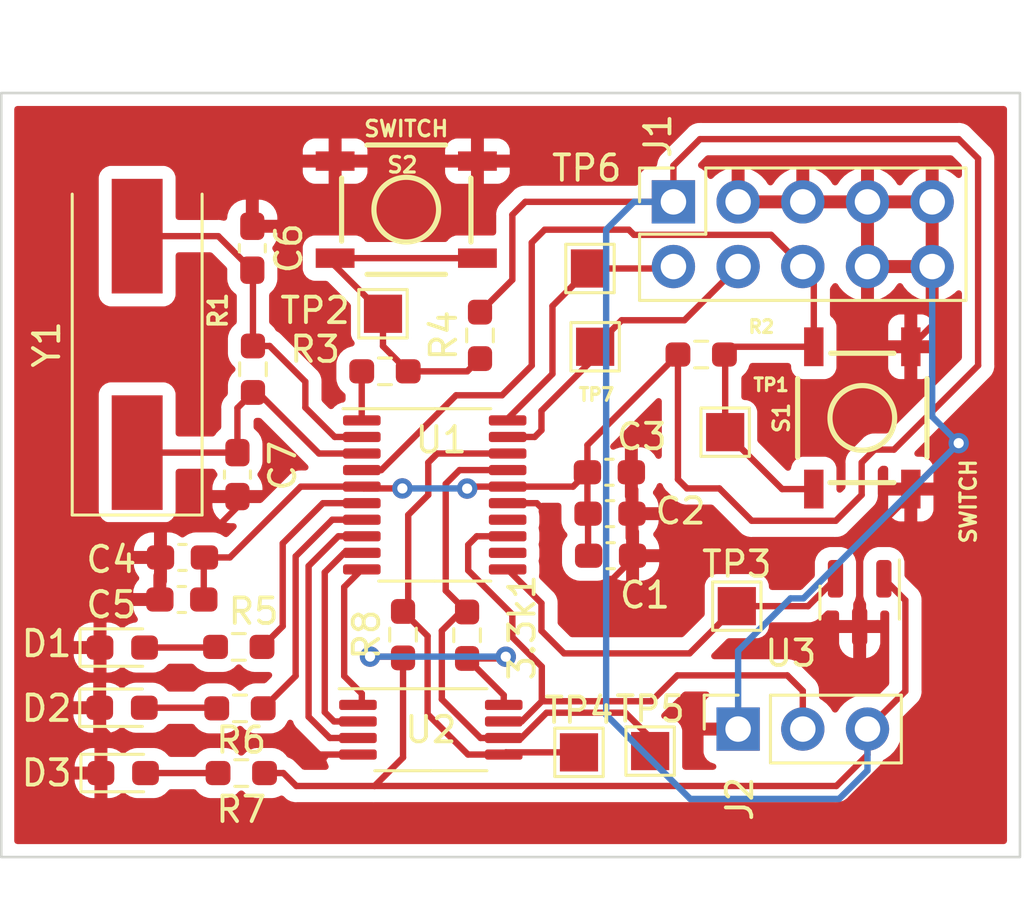
<source format=kicad_pcb>
(kicad_pcb (version 20211014) (generator pcbnew)
  (layers (0 "F.Cu" signal) (31 "B.Cu" signal) (34 "B.Paste" user) (35 "F.Paste" user) (36 "B.SilkS" user "B.Silkscreen") (37 "F.SilkS" user "F.Silkscreen") (38 "B.Mask" user) (39 "F.Mask" user) (44 "Edge.Cuts" user))
  (net 0 "")
  (net 1 "VCC")
  (net 2 "Serial_clock")
  (net 3 "GND")
  (net 4 "OSC_IN")
  (net 5 "OSC_OUT")
  (net 6 "Net-(D1-Pad2)")
  (net 7 "Net-(D2-Pad2)")
  (net 8 "Net-(D3-Pad2)")
  (net 9 "SWDAT")
  (net 10 "SWCLK")
  (net 11 "RST")
  (net 12 "Write_enable")
  (net 13 "BOOT")
  (net 14 "LED_TEST1")
  (net 15 "LED_TEST2")
  (net 16 "Serial_data")
  (net 17 "V_OUT")
  (net 18 "Bit1")
  (net 19 "Bit2")
  (net 20 "Bit3")
  (net 23 "Net-(R4-Pad1)")
  (footprint "Package_SO:TSSOP-8_4.4x3mm_P0.65mm" (layer "F.Cu") (at 159.8676 90.5002)
    (fp_text reference "U2" (at 0 0) (layer "F.SilkS"))
    (fp_text value "M24C01-RDW")
    (fp_line (start 0 -1.61) (end -3.6 -1.61) (layer "F.SilkS") (width 0.12))
    (fp_line (start 0 -1.61) (end 2.2 -1.61) (layer "F.SilkS") (width 0.12))
    (fp_line (start 0 1.61) (end 2.2 1.61) (layer "F.SilkS") (width 0.12))
    (fp_line (start 0 1.61) (end -2.2 1.61) (layer "F.SilkS") (width 0.12))
    (pad "1" smd roundrect (at -2.8625 -0.975) (size 1.475 0.4) (layers "F.Cu" "F.Paste" "F.Mask") (net 18 "Bit1"))
    (pad "2" smd roundrect (at -2.8625 -0.325) (size 1.475 0.4) (layers "F.Cu" "F.Paste" "F.Mask") (net 19 "Bit2"))
    (pad "3" smd roundrect (at -2.8625 0.325) (size 1.475 0.4) (layers "F.Cu" "F.Paste" "F.Mask") (net 20 "Bit3"))
    (pad "4" smd roundrect (at -2.8625 0.975) (size 1.475 0.4) (layers "F.Cu" "F.Paste" "F.Mask") (net 3 "GND"))
    (pad "5" smd roundrect (at 2.8625 0.975) (size 1.475 0.4) (layers "F.Cu" "F.Paste" "F.Mask") (net 16 "Serial_data"))
    (pad "6" smd roundrect (at 2.8625 0.325) (size 1.475 0.4) (layers "F.Cu" "F.Paste" "F.Mask") (net 2 "Serial_clock"))
    (pad "7" smd roundrect (at 2.8625 -0.325) (size 1.475 0.4) (layers "F.Cu" "F.Paste" "F.Mask") (net 12 "Write_enable"))
    (pad "8" smd roundrect (at 2.8625 -0.975) (size 1.475 0.4) (layers "F.Cu" "F.Paste" "F.Mask") (net 1 "VCC"))
  )
  (footprint "Capacitor_SMD:C_0603_1608Metric_Pad1.08x0.95mm_HandSolder" (layer "F.Cu") (at 166.9034 82.0166)
    (fp_text reference "C2" (at 2.7686 -0.1016) (layer "F.SilkS"))
    (fp_text value "4.7uF")
    (fp_line (start -0.146267 -0.51) (end 0.146267 -0.51) (layer "F.SilkS") (width 0.12))
    (fp_line (start -0.146267 0.51) (end 0.146267 0.51) (layer "F.SilkS") (width 0.12))
    (pad "1" smd roundrect (at -0.8625 0) (size 1.075 0.95) (layers "F.Cu" "F.Paste" "F.Mask") (net 1 "VCC"))
    (pad "2" smd roundrect (at 0.8625 0) (size 1.075 0.95) (layers "F.Cu" "F.Paste" "F.Mask") (net 3 "GND"))
  )
  (footprint "Switches:TACTILE_SWITCH_SMD_5.2MM" (layer "F.Cu") (at 158.9024 70.0786 180)
    (fp_text reference "S2" (at 0.1524 1.7526) (layer "F.SilkS") (effects (font (size 0.6096 0.6096) (thickness 0.127))))
    (fp_text value "SWITCH" (at 0 3.175) (layer "F.SilkS") (effects (font (size 0.6096 0.6096) (thickness 0.127))))
    (fp_line (start -2.54 1.23952) (end -2.54 -1.27) (layer "F.SilkS") (width 0.2032))
    (fp_line (start 2.54 -1.23952) (end 2.54 1.23952) (layer "F.SilkS") (width 0.2032))
    (fp_line (start 1.53924 2.54) (end -1.53924 2.54) (layer "F.SilkS") (width 0.2032))
    (fp_line (start -1.53924 -2.54) (end 1.53924 -2.54) (layer "F.SilkS") (width 0.2032))
    (fp_circle (center 0 0) (end 0 -1.27) (layer "F.SilkS") (width 0.2032) (fill none))
    (pad "1" smd rect locked (at -2.794 -1.905 270) (size 0.762 1.524) (layers "F.Cu" "F.Paste" "F.Mask") (net 23 "Net-(R4-Pad1)"))
    (pad "2" smd rect locked (at 2.794 -1.905 270) (size 0.762 1.524) (layers "F.Cu" "F.Paste" "F.Mask") (net 23 "Net-(R4-Pad1)"))
    (pad "3" smd rect locked (at -2.794 1.905 270) (size 0.762 1.524) (layers "F.Cu" "F.Paste" "F.Mask") (net 3 "GND"))
    (pad "4" smd rect locked (at 2.794 1.905 270) (size 0.762 1.524) (layers "F.Cu" "F.Paste" "F.Mask") (net 3 "GND"))
  )
  (footprint "Resistor_SMD:R_0603_1608Metric_Pad0.98x0.95mm_HandSolder" (layer "F.Cu") (at 152.3727 89.662 180)
    (fp_text reference "R6" (at -0.0482 -1.2522) (layer "F.SilkS"))
    (fp_text value "510")
    (fp_line (start -0.254724 -0.5225) (end 0.254724 -0.5225) (layer "F.SilkS") (width 0.12))
    (fp_line (start -0.254724 0.5225) (end 0.254724 0.5225) (layer "F.SilkS") (width 0.12))
    (pad "1" smd roundrect (at -0.9125 0 180) (size 0.975 0.95) (layers "F.Cu" "F.Paste" "F.Mask") (net 15 "LED_TEST2"))
    (pad "2" smd roundrect (at 0.9125 0 180) (size 0.975 0.95) (layers "F.Cu" "F.Paste" "F.Mask") (net 7 "Net-(D2-Pad2)"))
  )
  (footprint "Resistor_SMD:R_0603_1608Metric_Pad0.98x0.95mm_HandSolder" (layer "F.Cu") (at 158.7754 86.7683 90)
    (fp_text reference "R8" (at 0 -1.43 90) (layer "F.SilkS"))
    (fp_text value "3.3k")
    (fp_line (start -0.254724 0.5225) (end 0.254724 0.5225) (layer "F.SilkS") (width 0.12))
    (fp_line (start -0.254724 -0.5225) (end 0.254724 -0.5225) (layer "F.SilkS") (width 0.12))
    (pad "1" smd roundrect (at -0.9125 0 90) (size 0.975 0.95) (layers "F.Cu" "F.Paste" "F.Mask") (net 1 "VCC"))
    (pad "2" smd roundrect (at 0.9125 0 90) (size 0.975 0.95) (layers "F.Cu" "F.Paste" "F.Mask") (net 16 "Serial_data"))
  )
  (footprint "TestPoint:TestPoint_Pad_1.5x1.5mm" (layer "F.Cu") (at 168.4782 91.3384)
    (fp_text reference "TP5" (at 0 -1.648) (layer "F.SilkS"))
    (fp_text value "TestPoint")
    (fp_line (start -0.95 0.95) (end -0.95 -0.95) (layer "F.SilkS") (width 0.12))
    (fp_line (start -0.95 -0.95) (end 0.95 -0.95) (layer "F.SilkS") (width 0.12))
    (fp_line (start 0.95 0.95) (end -0.95 0.95) (layer "F.SilkS") (width 0.12))
    (fp_line (start 0.95 -0.95) (end 0.95 0.95) (layer "F.SilkS") (width 0.12))
    (pad "1" smd rect (at 0 0) (size 1.5 1.5) (layers "F.Cu" "F.Mask") (net 2 "Serial_clock"))
  )
  (footprint "TestPoint:TestPoint_Pad_1.5x1.5mm" (layer "F.Cu") (at 166.116 72.39)
    (fp_text reference "TP6" (at -0.127 -3.937) (layer "F.SilkS"))
    (fp_text value "TestPoint")
    (fp_line (start 0.95 0.95) (end -0.95 0.95) (layer "F.SilkS") (width 0.12))
    (fp_line (start 0.95 -0.95) (end 0.95 0.95) (layer "F.SilkS") (width 0.12))
    (fp_line (start -0.95 0.95) (end -0.95 -0.95) (layer "F.SilkS") (width 0.12))
    (fp_line (start -0.95 -0.95) (end 0.95 -0.95) (layer "F.SilkS") (width 0.12))
    (pad "1" smd rect (at 0 0) (size 1.5 1.5) (layers "F.Cu" "F.Mask") (net 10 "SWCLK"))
  )
  (footprint "Capacitor_SMD:C_0603_1608Metric_Pad1.08x0.95mm_HandSolder" (layer "F.Cu") (at 150.0886 85.3872 180)
    (fp_text reference "C5" (at 2.7686 -0.2108) (layer "F.SilkS"))
    (fp_text value "10nF")
    (fp_line (start -0.146267 0.51) (end 0.146267 0.51) (layer "F.SilkS") (width 0.12))
    (fp_line (start -0.146267 -0.51) (end 0.146267 -0.51) (layer "F.SilkS") (width 0.12))
    (pad "1" smd roundrect (at -0.8625 0 180) (size 1.075 0.95) (layers "F.Cu" "F.Paste" "F.Mask") (net 1 "VCC"))
    (pad "2" smd roundrect (at 0.8625 0 180) (size 1.075 0.95) (layers "F.Cu" "F.Paste" "F.Mask") (net 3 "GND"))
  )
  (footprint "Resistor_SMD:R_0603_1608Metric_Pad0.98x0.95mm_HandSolder" (layer "F.Cu") (at 170.4829 75.7682 180)
    (fp_text reference "R2" (at -2.3641 1.0922) (layer "F.SilkS") (effects (font (size 0.5 0.5) (thickness 0.125))))
    (fp_text value "10k")
    (fp_line (start -0.254724 0.5225) (end 0.254724 0.5225) (layer "F.SilkS") (width 0.12))
    (fp_line (start -0.254724 -0.5225) (end 0.254724 -0.5225) (layer "F.SilkS") (width 0.12))
    (pad "1" smd roundrect (at -0.9125 0 180) (size 0.975 0.95) (layers "F.Cu" "F.Paste" "F.Mask") (net 11 "RST"))
    (pad "2" smd roundrect (at 0.9125 0 180) (size 0.975 0.95) (layers "F.Cu" "F.Paste" "F.Mask") (net 1 "VCC"))
  )
  (footprint "Capacitor_SMD:C_0603_1608Metric_Pad1.08x0.95mm_HandSolder" (layer "F.Cu") (at 152.8572 71.5947 -90)
    (fp_text reference "C6" (at 0 -1.43 90) (layer "F.SilkS"))
    (fp_text value "22pF")
    (fp_line (start -0.146267 0.51) (end 0.146267 0.51) (layer "F.SilkS") (width 0.12))
    (fp_line (start -0.146267 -0.51) (end 0.146267 -0.51) (layer "F.SilkS") (width 0.12))
    (pad "1" smd roundrect (at -0.8625 0 270) (size 1.075 0.95) (layers "F.Cu" "F.Paste" "F.Mask") (net 3 "GND"))
    (pad "2" smd roundrect (at 0.8625 0 270) (size 1.075 0.95) (layers "F.Cu" "F.Paste" "F.Mask") (net 4 "OSC_IN"))
  )
  (footprint "Capacitor_SMD:C_0603_1608Metric_Pad1.08x0.95mm_HandSolder" (layer "F.Cu") (at 152.273 80.4836 90)
    (fp_text reference "C7" (at 0.3466 1.778 90) (layer "F.SilkS"))
    (fp_text value "22pF")
    (fp_line (start -0.146267 -0.51) (end 0.146267 -0.51) (layer "F.SilkS") (width 0.12))
    (fp_line (start -0.146267 0.51) (end 0.146267 0.51) (layer "F.SilkS") (width 0.12))
    (pad "1" smd roundrect (at -0.8625 0 90) (size 1.075 0.95) (layers "F.Cu" "F.Paste" "F.Mask") (net 3 "GND"))
    (pad "2" smd roundrect (at 0.8625 0 90) (size 1.075 0.95) (layers "F.Cu" "F.Paste" "F.Mask") (net 5 "OSC_OUT"))
  )
  (footprint "Connector_PinSocket_2.54mm:PinSocket_1x03_P2.54mm_Vertical" (layer "F.Cu") (at 171.9326 90.4748 90)
    (fp_text reference "J2" (at -2.7428 0.0612 90) (layer "F.SilkS"))
    (fp_text value "Conn_01x03_Male")
    (fp_line (start -1.33 1.27) (end 1.33 1.27) (layer "F.SilkS") (width 0.12))
    (fp_line (start 1.33 1.27) (end 1.33 6.41) (layer "F.SilkS") (width 0.12))
    (fp_line (start -1.33 1.27) (end -1.33 6.41) (layer "F.SilkS") (width 0.12))
    (fp_line (start -1.33 6.41) (end 1.33 6.41) (layer "F.SilkS") (width 0.12))
    (fp_line (start 1.33 -1.33) (end 1.33 0) (layer "F.SilkS") (width 0.12))
    (fp_line (start 0 -1.33) (end 1.33 -1.33) (layer "F.SilkS") (width 0.12))
    (pad "1" thru_hole rect (at 0 0 90) (size 1.7 1.7) (drill 1) (layers *.Cu *.Mask) (net 3 "GND"))
    (pad "2" thru_hole oval (at 0 2.54 90) (size 1.7 1.7) (drill 1) (layers *.Cu *.Mask) (net 12 "Write_enable"))
    (pad "3" thru_hole oval (at 0 5.08 90) (size 1.7 1.7) (drill 1) (layers *.Cu *.Mask) (net 1 "VCC"))
  )
  (footprint "Switches:TACTILE_SWITCH_SMD_5.2MM" (layer "F.Cu") (at 176.8094 78.2574 90)
    (fp_text reference "S1" (at 0 -3.175 90) (layer "F.SilkS") (effects (font (size 0.6096 0.6096) (thickness 0.127))))
    (fp_text value "SWITCH" (at -3.2766 4.1656 90) (layer "F.SilkS") (effects (font (size 0.6096 0.6096) (thickness 0.127))))
    (fp_line (start -1.53924 -2.54) (end 1.53924 -2.54) (layer "F.SilkS") (width 0.2032))
    (fp_line (start 1.53924 2.54) (end -1.53924 2.54) (layer "F.SilkS") (width 0.2032))
    (fp_line (start -2.54 1.23952) (end -2.54 -1.27) (layer "F.SilkS") (width 0.2032))
    (fp_line (start 2.54 -1.23952) (end 2.54 1.23952) (layer "F.SilkS") (width 0.2032))
    (fp_circle (center 0 0) (end 0 -1.27) (layer "F.SilkS") (width 0.2032) (fill none))
    (pad "1" smd rect locked (at -2.794 -1.905 180) (size 0.762 1.524) (layers "F.Cu" "F.Paste" "F.Mask") (net 11 "RST"))
    (pad "2" smd rect locked (at 2.794 -1.905 180) (size 0.762 1.524) (layers "F.Cu" "F.Paste" "F.Mask") (net 11 "RST"))
    (pad "3" smd rect locked (at -2.794 1.905 180) (size 0.762 1.524) (layers "F.Cu" "F.Paste" "F.Mask") (net 3 "GND"))
    (pad "4" smd rect locked (at 2.794 1.905 180) (size 0.762 1.524) (layers "F.Cu" "F.Paste" "F.Mask") (net 3 "GND"))
  )
  (footprint "Capacitor_SMD:C_0603_1608Metric_Pad1.08x0.95mm_HandSolder" (layer "F.Cu") (at 150.114 83.7362 180)
    (fp_text reference "C4" (at 2.794 -0.0838) (layer "F.SilkS"))
    (fp_text value "1uF")
    (fp_line (start -0.146267 0.51) (end 0.146267 0.51) (layer "F.SilkS") (width 0.12))
    (fp_line (start -0.146267 -0.51) (end 0.146267 -0.51) (layer "F.SilkS") (width 0.12))
    (pad "1" smd roundrect (at -0.8625 0 180) (size 1.075 0.95) (layers "F.Cu" "F.Paste" "F.Mask") (net 1 "VCC"))
    (pad "2" smd roundrect (at 0.8625 0 180) (size 1.075 0.95) (layers "F.Cu" "F.Paste" "F.Mask") (net 3 "GND"))
  )
  (footprint "Capacitor_SMD:C_0603_1608Metric_Pad1.08x0.95mm_HandSolder" (layer "F.Cu") (at 166.878 80.391)
    (fp_text reference "C3" (at 1.27 -1.397) (layer "F.SilkS"))
    (fp_text value "100nF")
    (fp_line (start -0.146267 -0.51) (end 0.146267 -0.51) (layer "F.SilkS") (width 0.12))
    (fp_line (start -0.146267 0.51) (end 0.146267 0.51) (layer "F.SilkS") (width 0.12))
    (pad "1" smd roundrect (at -0.8625 0) (size 1.075 0.95) (layers "F.Cu" "F.Paste" "F.Mask") (net 1 "VCC"))
    (pad "2" smd roundrect (at 0.8625 0) (size 1.075 0.95) (layers "F.Cu" "F.Paste" "F.Mask") (net 3 "GND"))
  )
  (footprint "TestPoint:TestPoint_Pad_1.5x1.5mm" (layer "F.Cu") (at 166.3192 75.4634)
    (fp_text reference "TP7" (at 0.0508 1.8796) (layer "F.SilkS") (effects (font (size 0.5 0.5) (thickness 0.125))))
    (fp_text value "TestPoint")
    (fp_line (start 0.95 -0.95) (end 0.95 0.95) (layer "F.SilkS") (width 0.12))
    (fp_line (start -0.95 0.95) (end -0.95 -0.95) (layer "F.SilkS") (width 0.12))
    (fp_line (start 0.95 0.95) (end -0.95 0.95) (layer "F.SilkS") (width 0.12))
    (fp_line (start -0.95 -0.95) (end 0.95 -0.95) (layer "F.SilkS") (width 0.12))
    (pad "1" smd rect (at 0 0) (size 1.5 1.5) (layers "F.Cu" "F.Mask") (net 9 "SWDAT"))
  )
  (footprint "TestPoint:TestPoint_Pad_1.5x1.5mm" (layer "F.Cu") (at 157.988 74.168)
    (fp_text reference "TP2" (at -2.667 -0.127) (layer "F.SilkS"))
    (fp_text value "TestPoint")
    (fp_line (start 0.95 -0.95) (end 0.95 0.95) (layer "F.SilkS") (width 0.12))
    (fp_line (start -0.95 0.95) (end -0.95 -0.95) (layer "F.SilkS") (width 0.12))
    (fp_line (start -0.95 -0.95) (end 0.95 -0.95) (layer "F.SilkS") (width 0.12))
    (fp_line (start 0.95 0.95) (end -0.95 0.95) (layer "F.SilkS") (width 0.12))
    (pad "1" smd rect (at 0 0) (size 1.5 1.5) (layers "F.Cu" "F.Mask") (net 23 "Net-(R4-Pad1)"))
  )
  (footprint "Crystal:Crystal_SMD_HC49-SD" (layer "F.Cu") (at 148.336 75.37 90)
    (fp_text reference "Y1" (at 0 -3.55 90) (layer "F.SilkS"))
    (fp_text value "Crystal")
    (fp_line (start 5.9 -2.55) (end -6.7 -2.55) (layer "F.SilkS") (width 0.12))
    (fp_line (start -6.7 2.55) (end 5.9 2.55) (layer "F.SilkS") (width 0.12))
    (fp_line (start -6.7 -2.55) (end -6.7 2.55) (layer "F.SilkS") (width 0.12))
    (pad "1" smd rect (at -4.25 0 90) (size 4.5 2) (layers "F.Cu" "F.Paste" "F.Mask") (net 5 "OSC_OUT"))
    (pad "2" smd rect (at 4.25 0 90) (size 4.5 2) (layers "F.Cu" "F.Paste" "F.Mask") (net 4 "OSC_IN"))
  )
  (footprint "LED_SMD:LED_0603_1608Metric_Pad1.05x0.95mm_HandSolder" (layer "F.Cu") (at 147.7518 87.2744)
    (fp_text reference "D1" (at -2.9718 -0.1524) (layer "F.SilkS"))
    (fp_text value "LED")
    (fp_line (start -1.66 -0.735) (end -1.66 0.735) (layer "F.SilkS") (width 0.12))
    (fp_line (start -1.66 0.735) (end 0.8 0.735) (layer "F.SilkS") (width 0.12))
    (fp_line (start 0.8 -0.735) (end -1.66 -0.735) (layer "F.SilkS") (width 0.12))
    (pad "1" smd roundrect (at -0.875 0) (size 1.05 0.95) (layers "F.Cu" "F.Paste" "F.Mask") (net 3 "GND"))
    (pad "2" smd roundrect (at 0.875 0) (size 1.05 0.95) (layers "F.Cu" "F.Paste" "F.Mask") (net 6 "Net-(D1-Pad2)"))
  )
  (footprint "LED_SMD:LED_0603_1608Metric_Pad1.05x0.95mm_HandSolder" (layer "F.Cu") (at 147.7404 89.6366)
    (fp_text reference "D2" (at -2.9604 0.0254) (layer "F.SilkS"))
    (fp_text value "LED")
    (fp_line (start -1.66 0.735) (end 0.8 0.735) (layer "F.SilkS") (width 0.12))
    (fp_line (start -1.66 -0.735) (end -1.66 0.735) (layer "F.SilkS") (width 0.12))
    (fp_line (start 0.8 -0.735) (end -1.66 -0.735) (layer "F.SilkS") (width 0.12))
    (pad "1" smd roundrect (at -0.875 0) (size 1.05 0.95) (layers "F.Cu" "F.Paste" "F.Mask") (net 3 "GND"))
    (pad "2" smd roundrect (at 0.875 0) (size 1.05 0.95) (layers "F.Cu" "F.Paste" "F.Mask") (net 7 "Net-(D2-Pad2)"))
  )
  (footprint "Resistor_SMD:R_0603_1608Metric_Pad0.98x0.95mm_HandSolder" (layer "F.Cu") (at 152.8826 76.3453 -90)
    (fp_text reference "R1" (at -2.3043 1.3716 90) (layer "F.SilkS") (effects (font (size 0.7 0.7))))
    (fp_text value "R")
    (fp_line (start -0.254724 0.5225) (end 0.254724 0.5225) (layer "F.SilkS") (width 0.12))
    (fp_line (start -0.254724 -0.5225) (end 0.254724 -0.5225) (layer "F.SilkS") (width 0.12))
    (pad "1" smd roundrect (at -0.9125 0 270) (size 0.975 0.95) (layers "F.Cu" "F.Paste" "F.Mask") (net 4 "OSC_IN"))
    (pad "2" smd roundrect (at 0.9125 0 270) (size 0.975 0.95) (layers "F.Cu" "F.Paste" "F.Mask") (net 5 "OSC_OUT"))
  )
  (footprint "Resistor_SMD:R_0603_1608Metric_Pad0.98x0.95mm_HandSolder" (layer "F.Cu") (at 152.4247 92.202 180)
    (fp_text reference "R7" (at 0 -1.43) (layer "F.SilkS"))
    (fp_text value "510")
    (fp_line (start -0.254724 0.5225) (end 0.254724 0.5225) (layer "F.SilkS") (width 0.12))
    (fp_line (start -0.254724 -0.5225) (end 0.254724 -0.5225) (layer "F.SilkS") (width 0.12))
    (pad "1" smd roundrect (at -0.9125 0 180) (size 0.975 0.95) (layers "F.Cu" "F.Paste" "F.Mask") (net 1 "VCC"))
    (pad "2" smd roundrect (at 0.9125 0 180) (size 0.975 0.95) (layers "F.Cu" "F.Paste" "F.Mask") (net 8 "Net-(D3-Pad2)"))
  )
  (footprint "Resistor_SMD:R_0603_1608Metric_Pad0.98x0.95mm_HandSolder" (layer "F.Cu") (at 161.29 86.7899 90)
    (fp_text reference "3.3k1" (at 0.3029 2.159 90) (layer "F.SilkS"))
    (fp_text value "R")
    (fp_line (start -0.254724 -0.5225) (end 0.254724 -0.5225) (layer "F.SilkS") (width 0.12))
    (fp_line (start -0.254724 0.5225) (end 0.254724 0.5225) (layer "F.SilkS") (width 0.12))
    (pad "1" smd roundrect (at -0.9125 0 90) (size 0.975 0.95) (layers "F.Cu" "F.Paste" "F.Mask") (net 1 "VCC"))
    (pad "2" smd roundrect (at 0.9125 0 90) (size 0.975 0.95) (layers "F.Cu" "F.Paste" "F.Mask") (net 2 "Serial_clock"))
  )
  (footprint "Connector_PinSocket_2.54mm:PinSocket_2x05_P2.54mm_Vertical" (layer "F.Cu") (at 169.3926 69.7738 90)
    (fp_text reference "J1" (at 2.5908 -0.6096 90) (layer "F.SilkS"))
    (fp_text value "Conn_ARM_JTAG_SWD_10")
    (fp_line (start -1.27 1.27) (end 1.33 1.27) (layer "F.SilkS") (width 0.12))
    (fp_line (start -3.87 -1.33) (end -3.87 11.49) (layer "F.SilkS") (width 0.12))
    (fp_line (start -3.87 11.49) (end 1.33 11.49) (layer "F.SilkS") (width 0.12))
    (fp_line (start 0 -1.33) (end 1.33 -1.33) (layer "F.SilkS") (width 0.12))
    (fp_line (start -3.87 -1.33) (end -1.27 -1.33) (layer "F.SilkS") (width 0.12))
    (fp_line (start 1.33 -1.33) (end 1.33 0) (layer "F.SilkS") (width 0.12))
    (fp_line (start 1.33 1.27) (end 1.33 11.49) (layer "F.SilkS") (width 0.12))
    (fp_line (start -1.27 -1.33) (end -1.27 1.27) (layer "F.SilkS") (width 0.12))
    (pad "1" thru_hole rect (at 0 0 90) (size 1.7 1.7) (drill 1) (layers *.Cu *.Mask) (net 1 "VCC"))
    (pad "2" thru_hole oval (at -2.54 0 90) (size 1.7 1.7) (drill 1) (layers *.Cu *.Mask) (net 10 "SWCLK"))
    (pad "3" thru_hole oval (at 0 2.54 90) (size 1.7 1.7) (drill 1) (layers *.Cu *.Mask) (net 3 "GND"))
    (pad "4" thru_hole oval (at -2.54 2.54 90) (size 1.7 1.7) (drill 1) (layers *.Cu *.Mask) (net 9 "SWDAT"))
    (pad "5" thru_hole oval (at 0 5.08 90) (size 1.7 1.7) (drill 1) (layers *.Cu *.Mask) (net 3 "GND"))
    (pad "6" thru_hole oval (at -2.54 5.08 90) (size 1.7 1.7) (drill 1) (layers *.Cu *.Mask) (net 11 "RST"))
    (pad "7" thru_hole oval (at 0 7.62 90) (size 1.7 1.7) (drill 1) (layers *.Cu *.Mask) (net 3 "GND"))
    (pad "8" thru_hole oval (at -2.54 7.62 90) (size 1.7 1.7) (drill 1) (layers *.Cu *.Mask) (net 3 "GND"))
    (pad "9" thru_hole oval (at 0 10.16 90) (size 1.7 1.7) (drill 1) (layers *.Cu *.Mask) (net 3 "GND"))
    (pad "10" thru_hole oval (at -2.54 10.16 90) (size 1.7 1.7) (drill 1) (layers *.Cu *.Mask) (net 3 "GND"))
  )
  (footprint "Package_SO:TSSOP-20_4.4x6.5mm_P0.65mm" (layer "F.Cu") (at 160.02 81.28)
    (fp_text reference "U1" (at 0.254 -2.159) (layer "F.SilkS"))
    (fp_text value "STM32F030F4Px")
    (fp_line (start 0 -3.385) (end 2.2 -3.385) (layer "F.SilkS") (width 0.12))
    (fp_line (start 0 3.385) (end -2.2 3.385) (layer "F.SilkS") (width 0.12))
    (fp_line (start 0 3.385) (end 2.2 3.385) (layer "F.SilkS") (width 0.12))
    (fp_line (start 0 -3.385) (end -3.6 -3.385) (layer "F.SilkS") (width 0.12))
    (pad "1" smd roundrect (at -2.8625 -2.925) (size 1.475 0.4) (layers "F.Cu" "F.Paste" "F.Mask") (net 13 "BOOT"))
    (pad "2" smd roundrect (at -2.8625 -2.275) (size 1.475 0.4) (layers "F.Cu" "F.Paste" "F.Mask") (net 4 "OSC_IN"))
    (pad "3" smd roundrect (at -2.8625 -1.625) (size 1.475 0.4) (layers "F.Cu" "F.Paste" "F.Mask") (net 5 "OSC_OUT"))
    (pad "4" smd roundrect (at -2.8625 -0.975) (size 1.475 0.4) (layers "F.Cu" "F.Paste" "F.Mask") (net 11 "RST"))
    (pad "5" smd roundrect (at -2.8625 -0.325) (size 1.475 0.4) (layers "F.Cu" "F.Paste" "F.Mask") (net 1 "VCC"))
    (pad "6" smd roundrect (at -2.8625 0.325) (size 1.475 0.4) (layers "F.Cu" "F.Paste" "F.Mask") (net 14 "LED_TEST1"))
    (pad "7" smd roundrect (at -2.8625 0.975) (size 1.475 0.4) (layers "F.Cu" "F.Paste" "F.Mask") (net 15 "LED_TEST2"))
    (pad "8" smd roundrect (at -2.8625 1.625) (size 1.475 0.4) (layers "F.Cu" "F.Paste" "F.Mask") (net 20 "Bit3"))
    (pad "9" smd roundrect (at -2.8625 2.275) (size 1.475 0.4) (layers "F.Cu" "F.Paste" "F.Mask") (net 19 "Bit2"))
    (pad "10" smd roundrect (at -2.8625 2.925) (size 1.475 0.4) (layers "F.Cu" "F.Paste" "F.Mask") (net 18 "Bit1"))
    (pad "11" smd roundrect (at 2.8625 2.925) (size 1.475 0.4) (layers "F.Cu" "F.Paste" "F.Mask") (net 17 "V_OUT"))
    (pad "12" smd roundrect (at 2.8625 2.275) (size 1.475 0.4) (layers "F.Cu" "F.Paste" "F.Mask"))
    (pad "13" smd roundrect (at 2.8625 1.625) (size 1.475 0.4) (layers "F.Cu" "F.Paste" "F.Mask") (net 12 "Write_enable"))
    (pad "14" smd roundrect (at 2.8625 0.975) (size 1.475 0.4) (layers "F.Cu" "F.Paste" "F.Mask"))
    (pad "15" smd roundrect (at 2.8625 0.325) (size 1.475 0.4) (layers "F.Cu" "F.Paste" "F.Mask") (net 3 "GND"))
    (pad "16" smd roundrect (at 2.8625 -0.325) (size 1.475 0.4) (layers "F.Cu" "F.Paste" "F.Mask") (net 1 "VCC"))
    (pad "17" smd roundrect (at 2.8625 -0.975) (size 1.475 0.4) (layers "F.Cu" "F.Paste" "F.Mask") (net 2 "Serial_clock"))
    (pad "18" smd roundrect (at 2.8625 -1.625) (size 1.475 0.4) (layers "F.Cu" "F.Paste" "F.Mask") (net 16 "Serial_data"))
    (pad "19" smd roundrect (at 2.8625 -2.275) (size 1.475 0.4) (layers "F.Cu" "F.Paste" "F.Mask") (net 9 "SWDAT"))
    (pad "20" smd roundrect (at 2.8625 -2.925) (size 1.475 0.4) (layers "F.Cu" "F.Paste" "F.Mask") (net 10 "SWCLK"))
  )
  (footprint "Package_TO_SOT_SMD:SOT-23" (layer "F.Cu") (at 176.7055 85.5116 -90)
    (fp_text reference "U3" (at 1.9884 2.7055 180) (layer "F.SilkS"))
    (fp_text value "MCP9700T-ETT")
    (fp_line (start 0 -1.56) (end 0.65 -1.56) (layer "F.SilkS") (width 0.12))
    (fp_line (start 0 -1.56) (end -1.675 -1.56) (layer "F.SilkS") (width 0.12))
    (fp_line (start 0 1.56) (end 0.65 1.56) (layer "F.SilkS") (width 0.12))
    (fp_line (start 0 1.56) (end -0.65 1.56) (layer "F.SilkS") (width 0.12))
    (pad "1" smd roundrect (at -0.9375 -0.95 270) (size 1.475 0.6) (layers "F.Cu" "F.Paste" "F.Mask") (net 1 "VCC"))
    (pad "2" smd roundrect (at -0.9375 0.95 270) (size 1.475 0.6) (layers "F.Cu" "F.Paste" "F.Mask") (net 17 "V_OUT"))
    (pad "3" smd roundrect (at 0.9375 0 270) (size 1.475 0.6) (layers "F.Cu" "F.Paste" "F.Mask") (net 3 "GND"))
  )
  (footprint "TestPoint:TestPoint_Pad_1.5x1.5mm" (layer "F.Cu") (at 171.4246 78.8162)
    (fp_text reference "TP1" (at 1.8034 -1.8542) (layer "F.SilkS") (effects (font (size 0.5 0.5) (thickness 0.125))))
    (fp_text value "TestPoint")
    (fp_line (start 0.95 -0.95) (end 0.95 0.95) (layer "F.SilkS") (width 0.12))
    (fp_line (start -0.95 -0.95) (end 0.95 -0.95) (layer "F.SilkS") (width 0.12))
    (fp_line (start -0.95 0.95) (end -0.95 -0.95) (layer "F.SilkS") (width 0.12))
    (fp_line (start 0.95 0.95) (end -0.95 0.95) (layer "F.SilkS") (width 0.12))
    (pad "1" smd rect (at 0 0) (size 1.5 1.5) (layers "F.Cu" "F.Mask") (net 11 "RST"))
  )
  (footprint "Capacitor_SMD:C_0603_1608Metric_Pad1.08x0.95mm_HandSolder" (layer "F.Cu") (at 166.9266 83.6676)
    (fp_text reference "C1" (at 1.3484 1.5494) (layer "F.SilkS"))
    (fp_text value "10nF")
    (fp_line (start -0.146267 -0.51) (end 0.146267 -0.51) (layer "F.SilkS") (width 0.12))
    (fp_line (start -0.146267 0.51) (end 0.146267 0.51) (layer "F.SilkS") (width 0.12))
    (pad "1" smd roundrect (at -0.8625 0) (size 1.075 0.95) (layers "F.Cu" "F.Paste" "F.Mask") (net 1 "VCC"))
    (pad "2" smd roundrect (at 0.8625 0) (size 1.075 0.95) (layers "F.Cu" "F.Paste" "F.Mask") (net 3 "GND"))
  )
  (footprint "Resistor_SMD:R_0603_1608Metric_Pad0.98x0.95mm_HandSolder" (layer "F.Cu") (at 158.0661 76.4286)
    (fp_text reference "R3" (at -2.7451 -0.8636) (layer "F.SilkS"))
    (fp_text value "10k")
    (fp_line (start -0.254724 0.5225) (end 0.254724 0.5225) (layer "F.SilkS") (width 0.12))
    (fp_line (start -0.254724 -0.5225) (end 0.254724 -0.5225) (layer "F.SilkS") (width 0.12))
    (pad "1" smd roundrect (at -0.9125 0) (size 0.975 0.95) (layers "F.Cu" "F.Paste" "F.Mask") (net 13 "BOOT"))
    (pad "2" smd roundrect (at 0.9125 0) (size 0.975 0.95) (layers "F.Cu" "F.Paste" "F.Mask") (net 23 "Net-(R4-Pad1)"))
  )
  (footprint "TestPoint:TestPoint_Pad_1.5x1.5mm" (layer "F.Cu") (at 165.6842 91.3892)
    (fp_text reference "TP4" (at 0 -1.648) (layer "F.SilkS"))
    (fp_text value "TestPoint")
    (fp_line (start -0.95 -0.95) (end 0.95 -0.95) (layer "F.SilkS") (width 0.12))
    (fp_line (start 0.95 0.95) (end -0.95 0.95) (layer "F.SilkS") (width 0.12))
    (fp_line (start 0.95 -0.95) (end 0.95 0.95) (layer "F.SilkS") (width 0.12))
    (fp_line (start -0.95 0.95) (end -0.95 -0.95) (layer "F.SilkS") (width 0.12))
    (pad "1" smd rect (at 0 0) (size 1.5 1.5) (layers "F.Cu" "F.Mask") (net 16 "Serial_data"))
  )
  (footprint "LED_SMD:LED_0603_1608Metric_Pad1.05x0.95mm_HandSolder" (layer "F.Cu") (at 147.7886 92.202)
    (fp_text reference "D3" (at -3.0086 0) (layer "F.SilkS"))
    (fp_text value "LED")
    (fp_line (start 0.8 -0.735) (end -1.66 -0.735) (layer "F.SilkS") (width 0.12))
    (fp_line (start -1.66 0.735) (end 0.8 0.735) (layer "F.SilkS") (width 0.12))
    (fp_line (start -1.66 -0.735) (end -1.66 0.735) (layer "F.SilkS") (width 0.12))
    (pad "1" smd roundrect (at -0.875 0) (size 1.05 0.95) (layers "F.Cu" "F.Paste" "F.Mask") (net 3 "GND"))
    (pad "2" smd roundrect (at 0.875 0) (size 1.05 0.95) (layers "F.Cu" "F.Paste" "F.Mask") (net 8 "Net-(D3-Pad2)"))
  )
  (footprint "Resistor_SMD:R_0603_1608Metric_Pad0.98x0.95mm_HandSolder" (layer "F.Cu") (at 161.798 75.0162 90)
    (fp_text reference "R4" (at 0 -1.43 90) (layer "F.SilkS"))
    (fp_text value "10k")
    (fp_line (start -0.254724 -0.5225) (end 0.254724 -0.5225) (layer "F.SilkS") (width 0.12))
    (fp_line (start -0.254724 0.5225) (end 0.254724 0.5225) (layer "F.SilkS") (width 0.12))
    (pad "1" smd roundrect (at -0.9125 0 90) (size 0.975 0.95) (layers "F.Cu" "F.Paste" "F.Mask") (net 23 "Net-(R4-Pad1)"))
    (pad "2" smd roundrect (at 0.9125 0 90) (size 0.975 0.95) (layers "F.Cu" "F.Paste" "F.Mask") (net 1 "VCC"))
  )
  (footprint "Resistor_SMD:R_0603_1608Metric_Pad0.98x0.95mm_HandSolder" (layer "F.Cu") (at 152.3257 87.249 180)
    (fp_text reference "R5" (at -0.5823 1.397) (layer "F.SilkS"))
    (fp_text value "510")
    (fp_line (start -0.254724 0.5225) (end 0.254724 0.5225) (layer "F.SilkS") (width 0.12))
    (fp_line (start -0.254724 -0.5225) (end 0.254724 -0.5225) (layer "F.SilkS") (width 0.12))
    (pad "1" smd roundrect (at -0.9125 0 180) (size 0.975 0.95) (layers "F.Cu" "F.Paste" "F.Mask") (net 14 "LED_TEST1"))
    (pad "2" smd roundrect (at 0.9125 0 180) (size 0.975 0.95) (layers "F.Cu" "F.Paste" "F.Mask") (net 6 "Net-(D1-Pad2)"))
  )
  (footprint "TestPoint:TestPoint_Pad_1.5x1.5mm" (layer "F.Cu") (at 171.8818 85.6488)
    (fp_text reference "TP3" (at 0 -1.648) (layer "F.SilkS"))
    (fp_text value "TestPoint")
    (fp_line (start 0.95 -0.95) (end 0.95 0.95) (layer "F.SilkS") (width 0.12))
    (fp_line (start 0.95 0.95) (end -0.95 0.95) (layer "F.SilkS") (width 0.12))
    (fp_line (start -0.95 0.95) (end -0.95 -0.95) (layer "F.SilkS") (width 0.12))
    (fp_line (start -0.95 -0.95) (end 0.95 -0.95) (layer "F.SilkS") (width 0.12))
    (pad "1" smd rect (at 0 0) (size 1.5 1.5) (layers "F.Cu" "F.Mask") (net 17 "V_OUT"))
  )
  (gr_rect (start 143 65.5) (end 183 95.5) (layer "Edge.Cuts") (width 0.1) (fill none))
  (segment (start 158.75 81.026) (end 157.2285 81.026) (width 0.25) (layer "F.Cu") (net 1))
  (segment (start 157.6578 92.71) (end 158.7754 91.5924) (width 0.25) (layer "F.Cu") (net 1))
  (segment (start 151.9758 83.7362) (end 154.757 80.955) (width 0.25) (layer "F.Cu") (net 1))
  (segment (start 178.054 79.502) (end 181.356 76.2) (width 0.25) (layer "F.Cu") (net 1))
  (segment (start 166.0409 83.6444) (end 166.0641 83.6676) (width 0.25) (layer "F.Cu") (net 1))
  (segment (start 175.768 82.296) (end 176.784 81.28) (width 0.25) (layer "F.Cu") (net 1))
  (segment (start 163.068 72.8337) (end 163.068 70.2818) (width 0.25) (layer "F.Cu") (net 1))
  (segment (start 166.0155 80.391) (end 166.0155 81.9912) (width 0.25) (layer "F.Cu") (net 1))
  (segment (start 150.9511 85.3872) (end 150.9511 83.7616) (width 0.25) (layer "F.Cu") (net 1))
  (segment (start 157.2285 81.026) (end 157.1575 80.955) (width 0.25) (layer "F.Cu") (net 1))
  (segment (start 162.7416 87.7024) (end 162.809701 87.634299) (width 0.25) (layer "F.Cu") (net 1))
  (segment (start 178.5 88.9874) (end 177.0126 90.4748) (width 0.25) (layer "F.Cu") (net 1))
  (segment (start 162.7301 89.5252) (end 162.7301 89.1425) (width 0.25) (layer "F.Cu") (net 1))
  (segment (start 175.79 92.71) (end 177.0126 91.4874) (width 0.25) (layer "F.Cu") (net 1))
  (segment (start 172.466 82.296) (end 175.768 82.296) (width 0.25) (layer "F.Cu") (net 1))
  (segment (start 162.8825 80.955) (end 165.4515 80.955) (width 0.25) (layer "F.Cu") (net 1))
  (segment (start 163.576 69.7738) (end 169.3926 69.7738) (width 0.25) (layer "F.Cu") (net 1))
  (segment (start 162.7301 89.1425) (end 161.29 87.7024) (width 0.25) (layer "F.Cu") (net 1))
  (segment (start 166.0155 79.3231) (end 169.5704 75.7682) (width 0.25) (layer "F.Cu") (net 1))
  (segment (start 169.3926 68.3514) (end 169.3926 69.7738) (width 0.25) (layer "F.Cu") (net 1))
  (segment (start 181.356 76.2) (end 181.356 68.072) (width 0.25) (layer "F.Cu") (net 1))
  (segment (start 180.594 67.31) (end 170.434 67.31) (width 0.25) (layer "F.Cu") (net 1))
  (segment (start 166.0409 82.0166) (end 166.0409 83.6444) (width 0.25) (layer "F.Cu") (net 1))
  (segment (start 163.068 70.2818) (end 163.576 69.7738) (width 0.25) (layer "F.Cu") (net 1))
  (segment (start 150.9765 83.7362) (end 151.9758 83.7362) (width 0.25) (layer "F.Cu") (net 1))
  (segment (start 176.784 80.01) (end 177.292 79.502) (width 0.25) (layer "F.Cu") (net 1))
  (segment (start 177.6555 84.5741) (end 178.5 85.4186) (width 0.25) (layer "F.Cu") (net 1))
  (segment (start 158.7246 87.63) (end 158.7754 87.6808) (width 0.25) (layer "F.Cu") (net 1))
  (segment (start 171.196 81.026) (end 172.466 82.296) (width 0.25) (layer "F.Cu") (net 1))
  (segment (start 181.356 68.072) (end 180.594 67.31) (width 0.25) (layer "F.Cu") (net 1))
  (segment (start 169.5704 80.6704) (end 169.926 81.026) (width 0.25) (layer "F.Cu") (net 1))
  (segment (start 154.757 80.955) (end 157.1575 80.955) (width 0.25) (layer "F.Cu") (net 1))
  (segment (start 150.9511 83.7616) (end 150.9765 83.7362) (width 0.25) (layer "F.Cu") (net 1))
  (segment (start 157.48 87.63) (end 158.7246 87.63) (width 0.25) (layer "F.Cu") (net 1))
  (segment (start 165.4515 80.955) (end 166.0155 80.391) (width 0.25) (layer "F.Cu") (net 1))
  (segment (start 177.0126 91.4874) (end 177.0126 90.4748) (width 0.25) (layer "F.Cu") (net 1))
  (segment (start 161.798 74.1037) (end 163.068 72.8337) (width 0.25) (layer "F.Cu") (net 1))
  (segment (start 170.434 67.31) (end 169.3926 68.3514) (width 0.25) (layer "F.Cu") (net 1))
  (segment (start 157.6578 92.71) (end 175.79 92.71) (width 0.25) (layer "F.Cu") (net 1))
  (segment (start 161.29 87.7024) (end 162.7416 87.7024) (width 0.25) (layer "F.Cu") (net 1))
  (segment (start 161.369598 80.955) (end 161.292549 81.032049) (width 0.25) (layer "F.Cu") (net 1))
  (segment (start 154.0764 92.202) (end 154.5844 92.71) (width 0.25) (layer "F.Cu") (net 1))
  (segment (start 154.5844 92.71) (end 157.6578 92.71) (width 0.25) (layer "F.Cu") (net 1))
  (segment (start 178.5 85.4186) (end 178.5 88.9874) (width 0.25) (layer "F.Cu") (net 1))
  (segment (start 166.0155 81.9912) (end 166.0409 82.0166) (width 0.25) (layer "F.Cu") (net 1))
  (segment (start 153.3372 92.202) (end 154.0764 92.202) (width 0.25) (layer "F.Cu") (net 1))
  (segment (start 166.0155 80.391) (end 166.0155 79.3231) (width 0.25) (layer "F.Cu") (net 1))
  (segment (start 176.784 81.28) (end 176.784 80.01) (width 0.25) (layer "F.Cu") (net 1))
  (segment (start 162.8825 80.955) (end 161.369598 80.955) (width 0.25) (layer "F.Cu") (net 1))
  (segment (start 177.292 79.502) (end 178.054 79.502) (width 0.25) (layer "F.Cu") (net 1))
  (segment (start 169.926 81.026) (end 171.196 81.026) (width 0.25) (layer "F.Cu") (net 1))
  (segment (start 169.5704 75.7682) (end 169.5704 80.6704) (width 0.25) (layer "F.Cu") (net 1))
  (segment (start 158.7754 91.5924) (end 158.7754 87.6808) (width 0.25) (layer "F.Cu") (net 1))
  (via (at 157.48 87.63) (size 0.8) (drill 0.4) (layers "F.Cu" "B.Cu") (net 1))
  (via (at 162.809701 87.634299) (size 0.8) (drill 0.4) (layers "F.Cu" "B.Cu") (net 1))
  (via (at 161.292549 81.032049) (size 0.8) (drill 0.4) (layers "F.Cu" "B.Cu") (net 1))
  (via (at 158.75 81.026) (size 0.8) (drill 0.4) (layers "F.Cu" "B.Cu") (net 1))
  (segment (start 162.805402 87.63) (end 162.809701 87.634299) (width 0.25) (layer "B.Cu") (net 1))
  (segment (start 169.3926 69.7738) (end 167.8432 69.7738) (width 0.25) (layer "B.Cu") (net 1))
  (segment (start 161.2865 81.026) (end 158.75 81.026) (width 0.25) (layer "B.Cu") (net 1))
  (segment (start 157.48 87.63) (end 162.805402 87.63) (width 0.25) (layer "B.Cu") (net 1))
  (segment (start 177.0126 90.4748) (end 177.0126 92.1004) (width 0.25) (layer "B.Cu") (net 1))
  (segment (start 177.0126 92.1004) (end 175.895 93.218) (width 0.25) (layer "B.Cu") (net 1))
  (segment (start 175.895 93.218) (end 170.053 93.218) (width 0.25) (layer "B.Cu") (net 1))
  (segment (start 166.751 89.916) (end 166.751 70.866) (width 0.25) (layer "B.Cu") (net 1))
  (segment (start 161.292549 81.032049) (end 161.2865 81.026) (width 0.25) (layer "B.Cu") (net 1))
  (segment (start 167.8432 69.7738) (end 166.751 70.866) (width 0.25) (layer "B.Cu") (net 1))
  (segment (start 170.053 93.218) (end 166.751 89.916) (width 0.25) (layer "B.Cu") (net 1))
  (segment (start 162.7301 90.8252) (end 161.8182 90.8252) (width 0.25) (layer "F.Cu") (net 2))
  (segment (start 164.411241 89.8326) (end 167.5058 89.8326) (width 0.25) (layer "F.Cu") (net 2))
  (segment (start 161.036 85.8774) (end 161.29 85.8774) (width 0.25) (layer "F.Cu") (net 2))
  (segment (start 161.544 85.8304) (end 161.0322 85.8304) (width 0.25) (layer "F.Cu") (net 2))
  (segment (start 160.4518 85.0392) (end 161.29 85.8774) (width 0.25) (layer "F.Cu") (net 2))
  (segment (start 168.4782 90.805) (end 168.4782 91.3384) (width 0.25) (layer "F.Cu") (net 2))
  (segment (start 167.5058 89.8326) (end 168.4782 90.805) (width 0.25) (layer "F.Cu") (net 2))
  (segment (start 162.8825 80.305) (end 160.995 80.305) (width 0.25) (layer "F.Cu") (net 2))
  (segment (start 160.2994 89.3064) (end 160.2994 86.614) (width 0.25) (layer "F.Cu") (net 2))
  (segment (start 163.418641 90.8252) (end 164.411241 89.8326) (width 0.25) (layer "F.Cu") (net 2))
  (segment (start 160.995 80.305) (end 160.4518 80.8482) (width 0.25) (layer "F.Cu") (net 2))
  (segment (start 160.2994 86.614) (end 161.036 85.8774) (width 0.25) (layer "F.Cu") (net 2))
  (segment (start 160.4518 80.8482) (end 160.4518 85.0392) (width 0.25) (layer "F.Cu") (net 2))
  (segment (start 162.7301 90.8252) (end 163.418641 90.8252) (width 0.25) (layer "F.Cu") (net 2))
  (segment (start 161.8182 90.8252) (end 160.2994 89.3064) (width 0.25) (layer "F.Cu") (net 2))
  (segment (start 177.0126 72.3138) (end 179.5526 72.3138) (width 0.25) (layer "F.Cu") (net 3))
  (segment (start 178.7144 75.4634) (end 179.578 74.5998) (width 0.25) (layer "F.Cu") (net 3))
  (segment (start 151.15 67.9732) (end 152.8572 69.6804) (width 0.25) (layer "F.Cu") (net 3))
  (segment (start 145.25 68.709596) (end 145.986396 67.9732) (width 0.25) (layer "F.Cu") (net 3))
  (segment (start 147.447 90.932) (end 146.8654 90.3504) (width 0.25) (layer "F.Cu") (net 3))
  (segment (start 180.594 79.248) (end 178.7906 81.0514) (width 0.25) (layer "F.Cu") (net 3))
  (segment (start 178.7906 81.0514) (end 178.7144 81.0514) (width 0.25) (layer "F.Cu") (net 3))
  (segment (start 167.7891 83.7979) (end 166.497 85.09) (width 0.25) (layer "F.Cu") (net 3))
  (segment (start 167.7891 83.6676) (end 167.7891 83.7979) (width 0.25) (layer "F.Cu") (net 3))
  (segment (start 146.8654 90.3504) (end 146.8654 89.6366) (width 0.25) (layer "F.Cu") (net 3))
  (segment (start 145.986396 67.9732) (end 151.15 67.9732) (width 0.25) (layer "F.Cu") (net 3))
  (segment (start 165.1 85.09) (end 164.592 84.582) (width 0.25) (layer "F.Cu") (net 3))
  (segment (start 176.7055 86.4491) (end 176.7055 83.2635) (width 0.25) (layer "F.Cu") (net 3))
  (segment (start 179.5526 74.2696) (end 179.5526 72.3138) (width 0.25) (layer "F.Cu") (net 3))
  (segment (start 157.0051 91.4752) (end 154.7212 91.4752) (width 0.25) (layer "F.Cu") (net 3))
  (segment (start 174.4726 69.7738) (end 177.0126 69.7738) (width 0.25) (layer "F.Cu") (net 3))
  (segment (start 179.578 74.5998) (end 179.578 74.295) (width 0.25) (layer "F.Cu") (net 3))
  (segment (start 145.25 82.0732) (end 145.25 68.709596) (width 0.25) (layer "F.Cu") (net 3))
  (segment (start 145.65 82.4732) (end 145.25 82.0732) (width 0.25) (layer "F.Cu") (net 3))
  (segment (start 171.9326 69.7738) (end 174.4726 69.7738) (width 0.25) (layer "F.Cu") (net 3))
  (segment (start 179.578 74.295) (end 179.5526 74.2696) (width 0.25) (layer "F.Cu") (net 3))
  (segment (start 179.5526 69.7738) (end 177.0126 69.7738) (width 0.25) (layer "F.Cu") (net 3))
  (segment (start 176.7055 83.2635) (end 178.7144 81.2546) (width 0.25) (layer "F.Cu") (net 3))
  (segment (start 152.273 81.3461) (end 152.273 81.7502) (width 0.25) (layer "F.Cu") (net 3))
  (segment (start 152.273 81.7502) (end 151.55 82.4732) (width 0.25) (layer "F.Cu") (net 3))
  (segment (start 154.7212 91.4752) (end 154.178 90.932) (width 0.25) (layer "F.Cu") (net 3))
  (segment (start 164.028 81.605) (end 162.8825 81.605) (width 0.25) (layer "F.Cu") (net 3))
  (segment (start 151.55 82.4732) (end 145.65 82.4732) (width 0.25) (layer "F.Cu") (net 3))
  (segment (start 164.592 84.582) (end 164.592 82.169) (width 0.25) (layer "F.Cu") (net 3))
  (segment (start 154.178 90.932) (end 147.447 90.932) (width 0.25) (layer "F.Cu") (net 3))
  (segment (start 164.592 82.169) (end 164.028 81.605) (width 0.25) (layer "F.Cu") (net 3))
  (segment (start 177.0126 72.3138) (end 177.0126 69.7738) (width 0.25) (layer "F.Cu") (net 3))
  (segment (start 166.497 85.09) (end 165.1 85.09) (width 0.25) (layer "F.Cu") (net 3))
  (segment (start 179.5526 72.3138) (end 179.5526 69.7738) (width 0.25) (layer "F.Cu") (net 3))
  (segment (start 178.7144 81.2546) (end 178.7144 81.0514) (width 0.25) (layer "F.Cu") (net 3))
  (segment (start 152.8572 69.6804) (end 152.8572 70.7322) (width 0.25) (layer "F.Cu") (net 3))
  (via (at 180.594 79.248) (size 0.8) (drill 0.4) (layers "F.Cu" "B.Cu") (net 3))
  (segment (start 180.594 79.248) (end 174.498 85.344) (width 0.25) (layer "B.Cu") (net 3))
  (segment (start 171.9326 87.4014) (end 173.99 85.344) (width 0.25) (layer "B.Cu") (net 3))
  (segment (start 179.5526 72.3138) (end 179.5526 78.2066) (width 0.25) (layer "B.Cu") (net 3))
  (segment (start 173.99 85.344) (end 174.498 85.344) (width 0.25) (layer "B.Cu") (net 3))
  (segment (start 171.9326 87.4014) (end 171.9326 90.4748) (width 0.25) (layer "B.Cu") (net 3))
  (segment (start 180.594 79.248) (end 179.5526 78.2066) (width 0.25) (layer "B.Cu") (net 3))
  (segment (start 154.94 77.851) (end 154.94 76.835) (width 0.25) (layer "F.Cu") (net 4))
  (segment (start 156.094 79.005) (end 154.94 77.851) (width 0.25) (layer "F.Cu") (net 4))
  (segment (start 152.8826 75.4328) (end 152.8826 72.4826) (width 0.25) (layer "F.Cu") (net 4))
  (segment (start 152.8826 72.4826) (end 152.8572 72.4572) (width 0.25) (layer "F.Cu") (net 4))
  (segment (start 151.52 71.12) (end 148.336 71.12) (width 0.25) (layer "F.Cu") (net 4))
  (segment (start 153.5378 75.4328) (end 152.8826 75.4328) (width 0.25) (layer "F.Cu") (net 4))
  (segment (start 152.8572 72.4572) (end 151.52 71.12) (width 0.25) (layer "F.Cu") (net 4))
  (segment (start 157.1575 79.005) (end 156.094 79.005) (width 0.25) (layer "F.Cu") (net 4))
  (segment (start 154.94 76.835) (end 153.5378 75.4328) (width 0.25) (layer "F.Cu") (net 4))
  (segment (start 155.474 79.655) (end 153.0768 77.2578) (width 0.25) (layer "F.Cu") (net 5))
  (segment (start 157.1575 79.655) (end 155.474 79.655) (width 0.25) (layer "F.Cu") (net 5))
  (segment (start 152.2719 79.62) (end 148.336 79.62) (width 0.25) (layer "F.Cu") (net 5))
  (segment (start 153.0768 77.2578) (end 152.8826 77.2578) (width 0.25) (layer "F.Cu") (net 5))
  (segment (start 152.273 79.6211) (end 152.2719 79.62) (width 0.25) (layer "F.Cu") (net 5))
  (segment (start 152.273 79.6211) (end 152.273 77.8674) (width 0.25) (layer "F.Cu") (net 5))
  (segment (start 152.9334 77.3086) (end 152.8826 77.2578) (width 0.25) (layer "F.Cu") (net 5))
  (segment (start 152.273 77.8674) (end 152.8826 77.2578) (width 0.25) (layer "F.Cu") (net 5))
  (segment (start 148.6268 87.2744) (end 151.3878 87.2744) (width 0.25) (layer "F.Cu") (net 6))
  (segment (start 151.3878 87.2744) (end 151.4132 87.249) (width 0.25) (layer "F.Cu") (net 6))
  (segment (start 151.4602 89.662) (end 151.4348 89.6366) (width 0.25) (layer "F.Cu") (net 7))
  (segment (start 151.4348 89.6366) (end 148.6154 89.6366) (width 0.25) (layer "F.Cu") (net 7))
  (segment (start 151.5122 92.202) (end 148.6636 92.202) (width 0.25) (layer "F.Cu") (net 8))
  (segment (start 162.8825 79.005) (end 163.946 79.005) (width 0.25) (layer "F.Cu") (net 9))
  (segment (start 166.3192 75.8698) (end 166.3192 75.4634) (width 0.25) (layer "F.Cu") (net 9))
  (segment (start 164.211 78.74) (end 164.211 77.978) (width 0.25) (layer "F.Cu") (net 9))
  (segment (start 166.3192 75.4634) (end 167.3606 74.422) (width 0.25) (layer "F.Cu") (net 9))
  (segment (start 163.946 79.005) (end 164.211 78.74) (width 0.25) (layer "F.Cu") (net 9))
  (segment (start 164.211 77.978) (end 166.3192 75.8698) (width 0.25) (layer "F.Cu") (net 9))
  (segment (start 167.3606 74.422) (end 169.8244 74.422) (width 0.25) (layer "F.Cu") (net 9))
  (segment (start 169.8244 74.422) (end 171.9326 72.3138) (width 0.25) (layer "F.Cu") (net 9))
  (segment (start 164.6428 73.8632) (end 164.6428 76.5302) (width 0.25) (layer "F.Cu") (net 10))
  (segment (start 166.116 72.39) (end 164.6428 73.8632) (width 0.25) (layer "F.Cu") (net 10))
  (segment (start 169.3164 72.39) (end 169.3926 72.3138) (width 0.25) (layer "F.Cu") (net 10))
  (segment (start 166.116 72.39) (end 169.3164 72.39) (width 0.25) (layer "F.Cu") (net 10))
  (segment (start 162.8825 78.2905) (end 162.8825 78.355) (width 0.25) (layer "F.Cu") (net 10))
  (segment (start 164.6428 76.5302) (end 162.8825 78.2905) (width 0.25) (layer "F.Cu") (net 10))
  (segment (start 173.6598 81.0514) (end 171.4246 78.8162) (width 0.25) (layer "F.Cu") (net 11))
  (segment (start 167.64 70.866) (end 164.338 70.866) (width 0.25) (layer "F.Cu") (net 11))
  (segment (start 173.228 71.0692) (end 167.8432 71.0692) (width 0.25) (layer "F.Cu") (net 11))
  (segment (start 174.9044 75.4634) (end 174.9044 72.7456) (width 0.25) (layer "F.Cu") (net 11))
  (segment (start 174.9044 72.7456) (end 174.4726 72.3138) (width 0.25) (layer "F.Cu") (net 11))
  (segment (start 174.9044 81.0514) (end 173.6598 81.0514) (width 0.25) (layer "F.Cu") (net 11))
  (segment (start 167.8432 71.0692) (end 167.64 70.866) (width 0.25) (layer "F.Cu") (net 11))
  (segment (start 171.7002 75.4634) (end 174.9044 75.4634) (width 0.25) (layer "F.Cu") (net 11))
  (segment (start 171.4246 78.8162) (end 171.4246 75.7974) (width 0.25) (layer "F.Cu") (net 11))
  (segment (start 160.8582 77.3684) (end 157.9216 80.305) (width 0.25) (layer "F.Cu") (net 11))
  (segment (start 162.6616 77.3684) (end 160.8582 77.3684) (width 0.25) (layer "F.Cu") (net 11))
  (segment (start 164.338 70.866) (end 163.83 71.374) (width 0.25) (layer "F.Cu") (net 11))
  (segment (start 171.4246 75.7974) (end 171.3954 75.7682) (width 0.25) (layer "F.Cu") (net 11))
  (segment (start 163.83 71.374) (end 163.83 76.2) (width 0.25) (layer "F.Cu") (net 11))
  (segment (start 171.3954 75.7682) (end 171.7002 75.4634) (width 0.25) (layer "F.Cu") (net 11))
  (segment (start 163.83 76.2) (end 162.6616 77.3684) (width 0.25) (layer "F.Cu") (net 11))
  (segment (start 174.4726 72.3138) (end 173.228 71.0692) (width 0.25) (layer "F.Cu") (net 11))
  (segment (start 157.9216 80.305) (end 157.1575 80.305) (width 0.25) (layer "F.Cu") (net 11))
  (segment (start 168.529 89.3826) (end 164.224845 89.3826) (width 0.25) (layer "F.Cu") (net 12))
  (segment (start 162.8825 82.905) (end 161.671 82.905) (width 0.25) (layer "F.Cu") (net 12))
  (segment (start 163.068 85.979) (end 163.068 86.868) (width 0.25) (layer "F.Cu") (net 12))
  (segment (start 169.545 88.3666) (end 168.529 89.3826) (width 0.25) (layer "F.Cu") (net 12))
  (segment (start 161.3336 83.2424) (end 161.3336 84.2446) (width 0.25) (layer "F.Cu") (net 12))
  (segment (start 163.432245 90.1752) (end 164.224845 89.3826) (width 0.25) (layer "F.Cu") (net 12))
  (segment (start 173.863 88.3666) (end 169.545 88.3666) (width 0.25) (layer "F.Cu") (net 12))
  (segment (start 161.671 82.905) (end 161.3336 83.2424) (width 0.25) (layer "F.Cu") (net 12))
  (segment (start 174.4726 90.4748) (end 174.4726 88.9762) (width 0.25) (layer "F.Cu") (net 12))
  (segment (start 162.7301 90.1752) (end 163.432245 90.1752) (width 0.25) (layer "F.Cu") (net 12))
  (segment (start 161.3336 84.2446) (end 163.068 85.979) (width 0.25) (layer "F.Cu") (net 12))
  (segment (start 163.068 86.868) (end 164.224845 88.024845) (width 0.25) (layer "F.Cu") (net 12))
  (segment (start 174.4726 88.9762) (end 173.863 88.3666) (width 0.25) (layer "F.Cu") (net 12))
  (segment (start 164.224845 88.024845) (end 164.224845 89.3826) (width 0.25) (layer "F.Cu") (net 12))
  (segment (start 157.1536 78.3511) (end 157.1575 78.355) (width 0.25) (layer "F.Cu") (net 13))
  (segment (start 157.1536 76.4286) (end 157.1536 78.3511) (width 0.25) (layer "F.Cu") (net 13))
  (segment (start 153.2382 87.249) (end 154.051 86.4362) (width 0.25) (layer "F.Cu") (net 14))
  (segment (start 155.631 81.605) (end 157.1575 81.605) (width 0.25) (layer "F.Cu") (net 14))
  (segment (start 154.051 86.4362) (end 154.051 83.185) (width 0.25) (layer "F.Cu") (net 14))
  (segment (start 154.051 83.185) (end 155.631 81.605) (width 0.25) (layer "F.Cu") (net 14))
  (segment (start 155.997 82.255) (end 154.559 83.693) (width 0.25) (layer "F.Cu") (net 15))
  (segment (start 157.1575 82.255) (end 155.997 82.255) (width 0.25) (layer "F.Cu") (net 15))
  (segment (start 154.559 83.693) (end 154.559 88.3882) (width 0.25) (layer "F.Cu") (net 15))
  (segment (start 154.559 88.3882) (end 153.2852 89.662) (width 0.25) (layer "F.Cu") (net 15))
  (segment (start 162.8161 91.3892) (end 165.6842 91.3892) (width 0.25) (layer "F.Cu") (net 16))
  (segment (start 158.9786 85.6526) (end 158.7754 85.8558) (width 0.25) (layer "F.Cu") (net 16))
  (segment (start 162.7301 91.4752) (end 162.8161 91.3892) (width 0.25) (layer "F.Cu") (net 16))
  (segment (start 159.7406 86.821) (end 159.7406 89.8906) (width 0.25) (layer "F.Cu") (net 16))
  (segment (start 159.766 80.01) (end 159.766 81.28) (width 0.25) (layer "F.Cu") (net 16))
  (segment (start 158.7754 85.8558) (end 159.7406 86.821) (width 0.25) (layer "F.Cu") (net 16))
  (segment (start 159.766 81.28) (end 158.9786 82.0674) (width 0.25) (layer "F.Cu") (net 16))
  (segment (start 158.9786 82.0674) (end 158.9786 85.6526) (width 0.25) (layer "F.Cu") (net 16))
  (segment (start 161.3252 91.4752) (end 162.7301 91.4752) (width 0.25) (layer "F.Cu") (net 16))
  (segment (start 159.7406 89.8906) (end 161.3252 91.4752) (width 0.25) (layer "F.Cu") (net 16))
  (segment (start 162.8825 79.655) (end 160.121 79.655) (width 0.25) (layer "F.Cu") (net 16))
  (segment (start 160.121 79.655) (end 159.766 80.01) (width 0.25) (layer "F.Cu") (net 16))
  (segment (start 164.211 85.5335) (end 162.8825 84.205) (width 0.25) (layer "F.Cu") (net 17))
  (segment (start 171.8818 85.6488) (end 170.0276 87.503) (width 0.25) (layer "F.Cu") (net 17))
  (segment (start 164.211 86.614) (end 164.211 85.5335) (width 0.25) (layer "F.Cu") (net 17))
  (segment (start 165.1 87.503) (end 164.211 86.614) (width 0.25) (layer "F.Cu") (net 17))
  (segment (start 175.7555 84.5741) (end 174.6808 85.6488) (width 0.25) (layer "F.Cu") (net 17))
  (segment (start 170.0276 87.503) (end 165.1 87.503) (width 0.25) (layer "F.Cu") (net 17))
  (segment (start 174.6808 85.6488) (end 171.8818 85.6488) (width 0.25) (layer "F.Cu") (net 17))
  (segment (start 157.0051 89.5252) (end 157.1575 89.3728) (width 0.25) (layer "F.Cu") (net 18))
  (segment (start 157.1575 89.3728) (end 157.1575 89.0855) (width 0.25) (layer "F.Cu") (net 18))
  (segment (start 156.464 88.392) (end 156.464 84.8985) (width 0.25) (layer "F.Cu") (net 18))
  (segment (start 156.464 84.8985) (end 157.1575 84.205) (width 0.25) (layer "F.Cu") (net 18))
  (segment (start 157.1575 89.0855) (end 156.464 88.392) (width 0.25) (layer "F.Cu") (net 18))
  (segment (start 155.702 84.321959) (end 155.702 89.810641) (width 0.25) (layer "F.Cu") (net 19))
  (segment (start 155.702 89.810641) (end 156.066559 90.1752) (width 0.25) (layer "F.Cu") (net 19))
  (segment (start 156.066559 90.1752) (end 157.0051 90.1752) (width 0.25) (layer "F.Cu") (net 19))
  (segment (start 156.468959 83.555) (end 155.702 84.321959) (width 0.25) (layer "F.Cu") (net 19))
  (segment (start 157.1575 83.555) (end 156.468959 83.555) (width 0.25) (layer "F.Cu") (net 19))
  (segment (start 157.1575 82.905) (end 156.236 82.905) (width 0.25) (layer "F.Cu") (net 20))
  (segment (start 155.899759 90.8252) (end 157.0051 90.8252) (width 0.25) (layer "F.Cu") (net 20))
  (segment (start 155.067 89.992441) (end 155.899759 90.8252) (width 0.25) (layer "F.Cu") (net 20))
  (segment (start 155.067 84.074) (end 155.067 89.992441) (width 0.25) (layer "F.Cu") (net 20))
  (segment (start 156.236 82.905) (end 155.067 84.074) (width 0.25) (layer "F.Cu") (net 20))
  (segment (start 156.1084 71.9836) (end 161.6964 71.9836) (width 0.25) (layer "F.Cu") (net 23))
  (segment (start 161.2981 76.4286) (end 161.798 75.9287) (width 0.25) (layer "F.Cu") (net 23))
  (segment (start 156.1084 72.2884) (end 156.1084 71.9836) (width 0.25) (layer "F.Cu") (net 23))
  (segment (start 158.9786 76.4286) (end 157.988 75.438) (width 0.25) (layer "F.Cu") (net 23))
  (segment (start 157.988 74.168) (end 156.1084 72.2884) (width 0.25) (layer "F.Cu") (net 23))
  (segment (start 158.9786 76.4286) (end 161.2981 76.4286) (width 0.25) (layer "F.Cu") (net 23))
  (segment (start 157.988 75.438) (end 157.988 74.168) (width 0.25) (layer "F.Cu") (net 23))
  (zone (net 3) (net_name "GND") (layer "F.Cu") (connect_pads (clearance 0.508)) (min_thickness 0.254) (fill yes (thermal_gap 0.508) (thermal_bridge_width 0.508))
    (polygon (pts (xy 183 95.5) (xy 143 95.5) (xy 143 65.5) (xy 183 65.5)))
  )
)
</source>
